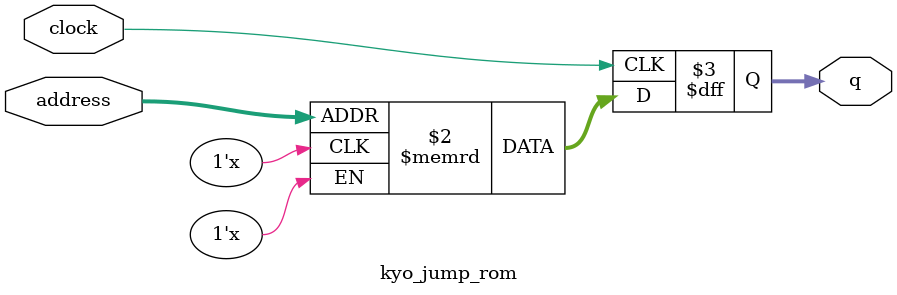
<source format=sv>
module kyo_jump_rom (
	input logic clock,
	input logic [14:0] address,
	output logic [3:0] q
);

logic [3:0] memory [0:23039] /* synthesis ram_init_file = "./kyo_jump/kyo_jump.COE" */;

always_ff @ (posedge clock) begin
	q <= memory[address];
end

endmodule

</source>
